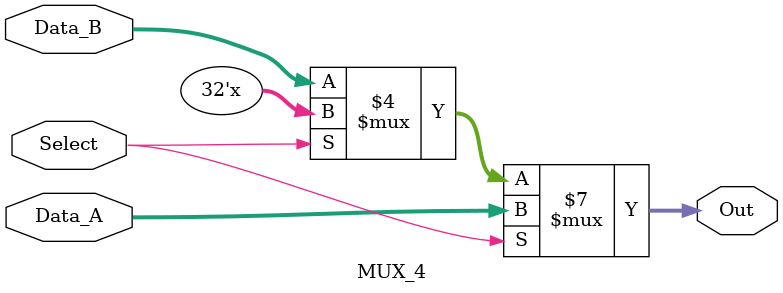
<source format=v>
module MUX_4 #(parameter SIZE=32)
(
	input wire Select,
	input wire [SIZE-1:0]Data_B,
	input wire [SIZE-1:0]Data_A,
	output reg [SIZE-1:0] Out
);
always @(*)
	begin
		if(Select==1)
			Out<=Data_A;
		else if (Select==0)
			Out<=Data_B;
	end
endmodule
</source>
